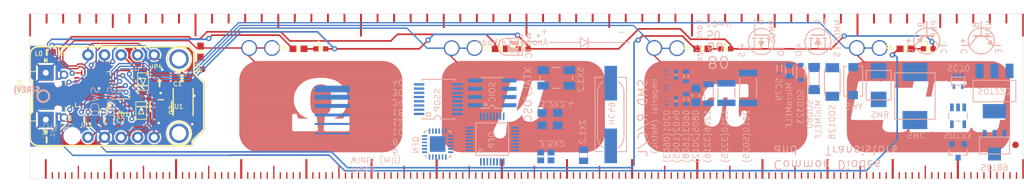
<source format=kicad_pcb>
(kicad_pcb (version 20221018) (generator pcbnew)
  (layers (0 "F.Cu" signal) (1 "In1.Cu" signal) (2 "In2.Cu" signal) (3 "In3.Cu" signal) (4 "In4.Cu" signal) (5 "In5.Cu" signal) (6 "In6.Cu" signal) (7 "In7.Cu" signal) (8 "In8.Cu" signal) (9 "In9.Cu" signal) (10 "In10.Cu" signal) (11 "In11.Cu" signal) (12 "In12.Cu" signal) (13 "In13.Cu" signal) (14 "In14.Cu" signal) (31 "B.Cu" signal) (34 "B.Paste" user) (35 "F.Paste" user) (36 "B.SilkS" user "B.Silkscreen") (37 "F.SilkS" user "F.Silkscreen") (38 "B.Mask" user) (39 "F.Mask" user) (44 "Edge.Cuts" user))
  (net 0 "")
  (net 1 "GND")
  (net 2 "D+")
  (net 3 "D-")
  (net 4 "VBUS")
  (net 5 "N$6")
  (net 6 "VBAT")
  (net 7 "VOUT")
  (net 8 "~{RESET}")
  (net 9 "3.3V")
  (net 10 "N$3")
  (net 11 "N$4")
  (net 12 "D1_A0_PA02")
  (net 13 "N$1")
  (net 14 "VDDCORE")
  (net 15 "DOTSTAR_DATA")
  (net 16 "LED")
  (net 17 "D0_A4_PA08_SDA")
  (net 18 "DOTSTAR_CLOCK")
  (net 19 "D4_A2_PA06_TXD_MOSI")
  (net 20 "D3_A3_PA07_RXD_SCK")
  (net 21 "D2_A1_PA09_SCL_MISO")
  (net 22 "CAP3")
  (net 23 "CAP2")
  (net 24 "CAP1")
  (net 25 "CAP0")
  (net 26 "LED5")
  (net 27 "LED4")
  (net 28 "LED7")
  (net 29 "LED6")
  (net 30 "N$10")
  (net 31 "N$11")
  (net 32 "N$12")
  (net 33 "N$13")
  (footprint "" (layer "F.Cu") (at 78.7781 98.9076)
    (fp_text reference "@HOLE1" hide)
    (fp_text value "")
  )
  (footprint "working:EDGE-INCHES-TENTH" (layer "F.Cu") (at 97.7011 92.3036)
    (fp_text reference "E$18" hide)
    (fp_text value "" hide)
  )
  (footprint "working:1X05_ROUND_70" (layer "F.Cu") (at 86.2711 98.6536 180)
    (fp_text reference "JP4")
    (fp_text value "")
  )
  (footprint "working:EDGE-MILLIMETERS" (layer "F.Cu") (at 144.7141 117.7036)
    (fp_text reference "E$8" hide)
    (fp_text value "" hide)
  )
  (footprint "working:0603-NO" (layer "F.Cu") (at 80.6196 108.5596 180)
    (fp_text reference "C3")
    (fp_text value "1uF")
  )
  (footprint "working:SOT23-5" (layer "F.Cu") (at 92.3671 106.5911)
    (fp_text reference "U1")
    (fp_text value "AP2112K-3.3")
  )
  (footprint "working:EDGE-MILLIMETERS" (layer "F.Cu") (at 174.7141 117.7036)
    (fp_text reference "E$11" hide)
    (fp_text value "" hide)
  )
  (footprint "working:0603-NO" (layer "F.Cu") (at 74.8665 98.2726)
    (fp_text reference "R1")
    (fp_text value "2.2K")
  )
  (footprint "working:MOUNTINGHOLE_2.0_PLATED" (layer "F.Cu") (at 95.1611 110.7186 90)
    (fp_text reference "U$8" hide)
    (fp_text value "MOUNTINGHOLE2.0" hide)
  )
  (footprint "working:0603-NO" (layer "F.Cu") (at 144.5641 97.7138 180)
    (fp_text reference "R2")
    (fp_text value "2.2K")
  )
  (footprint "working:EDGE-MILLIMETERS" (layer "F.Cu") (at 134.7141 117.7036)
    (fp_text reference "E$7" hide)
    (fp_text value "" hide)
  )
  (footprint "working:BTN_KMR2_4.6X2.8" (layer "F.Cu") (at 95.801181 105.8926 90)
    (fp_text reference "Q2")
    (fp_text value "reset")
  )
  (footprint "working:EDGE-MILLIMETERS" (layer "F.Cu") (at 124.7141 117.7036)
    (fp_text reference "E$6" hide)
    (fp_text value "" hide)
  )
  (footprint "working:EDGE-MILLIMETERS" (layer "F.Cu") (at 184.7141 117.7036)
    (fp_text reference "E$12" hide)
    (fp_text value "" hide)
  )
  (footprint "working:APA102_2020" (layer "F.Cu") (at 86.6013 106.507282 180)
    (fp_text reference "LED1")
    (fp_text value "AP102-2020")
  )
  (footprint "working:FIDUCIAL_1MM" (layer "F.Cu") (at 98.7425 100.8507 90)
    (fp_text reference "U$6" hide)
    (fp_text value "FIDUCIAL_1MM" hide)
  )
  (footprint "working:EDGE-MILLIMETERS" (layer "F.Cu") (at 214.7141 117.7036)
    (fp_text reference "E$15" hide)
    (fp_text value "" hide)
  )
  (footprint "working:SOD-123FL" (layer "F.Cu") (at 89.6366 102.7684 90)
    (fp_text reference "D2")
    (fp_text value "SCHOTTKY")
  )
  (footprint "working:EDGE-INCHES-TENTH" (layer "F.Cu") (at 173.9011 92.3036)
    (fp_text reference "E$21" hide)
    (fp_text value "" hide)
  )
  (footprint "working:FIDUCIAL_1MM" (layer "F.Cu") (at 223.5581 112.4966)
    (fp_text reference "U$1" hide)
    (fp_text value "FIDUCIAL_1MM" hide)
  )
  (footprint "working:EDGE-INCHES-TENTH" (layer "F.Cu") (at 72.3011 92.3036)
    (fp_text reference "E$17" hide)
    (fp_text value "" hide)
  )
  (footprint "working:EDGE-INCHES-TENTH" (layer "F.Cu") (at 148.5011 92.3036)
    (fp_text reference "E$20" hide)
    (fp_text value "" hide)
  )
  (footprint "working:EDGE-MILLIMETERS" (layer "F.Cu") (at 154.7141 117.7036)
    (fp_text reference "E$9" hide)
    (fp_text value "" hide)
  )
  (footprint "working:SOD-123FL" (layer "F.Cu") (at 89.3572 107.2134 -90)
    (fp_text reference "D3")
    (fp_text value "SCHOTTKY")
  )
  (footprint "working:TRINKET_M0_TOP" (layer "F.Cu") (at 98.9711 112.6236 90)
    (fp_text reference "U$20" hide)
    (fp_text value "" hide)
  )
  (footprint "working:0805-NO" (layer "F.Cu") (at 92.1766 102.9716)
    (fp_text reference "C1")
    (fp_text value "10uF")
  )
  (footprint "working:4UCONN_20329_NARROW" (layer "F.Cu") (at 76.6191 105.0036 -90)
    (fp_text reference "CN1")
    (fp_text value "4U#20329")
  )
  (footprint "working:0603-NO" (layer "F.Cu") (at 98.4631 98.1456 -90)
    (fp_text reference "R7")
    (fp_text value "2M")
  )
  (footprint "working:EDGE-INCHES-TENTH" (layer "F.Cu") (at 199.3011 92.3036)
    (fp_text reference "E$22" hide)
    (fp_text value "" hide)
  )
  (footprint "working:EDGE-MILLIMETERS" (layer "F.Cu") (at 114.7141 117.7036)
    (fp_text reference "E$5" hide)
    (fp_text value "" hide)
  )
  (footprint "" (layer "F.Cu") (at 78.7781 111.0996)
    (fp_text reference "@HOLE0" hide)
    (fp_text value "")
  )
  (footprint "working:0603-NO" (layer "F.Cu") (at 83.6676 108.6231)
    (fp_text reference "C2")
    (fp_text value "1uF")
  )
  (footprint "working:CHIPLED_0603_NOOUTLINE" (layer "F.Cu") (at 179.0827 97.7138 -90)
    (fp_text reference "L4")
    (fp_text value "green")
  )
  (footprint "working:EDGE-MILLIMETERS" (layer "F.Cu") (at 194.7141 117.7036)
    (fp_text reference "E$13" hide)
    (fp_text value "" hide)
  )
  (footprint "working:1X05_ROUND_70" (layer "F.Cu") (at 86.2711 111.3282)
    (fp_text reference "JP3")
    (fp_text value "")
  )
  (footprint "working:QFN32_5MM" (layer "F.Cu") (at 81.96834 103.931719 180)
    (fp_text reference "IC3")
    (fp_text value "ATSAMD21E")
  )
  (footprint "working:CHIPLED_0603_NOOUTLINE" (layer "F.Cu") (at 74.7141 110.5281 -90)
    (fp_text reference "PWR0")
    (fp_text value "green")
  )
  (footprint "working:EDGE-MILLIMETERS" (layer "F.Cu") (at 74.7141 117.7036)
    (fp_text reference "E$1" hide)
    (fp_text value "" hide)
  )
  (footprint "working:CHIPLED_0603_NOOUTLINE" (layer "F.Cu") (at 116.9289 97.7138 -90)
    (fp_text reference "L2")
    (fp_text value "red")
  )
  (footprint "working:EDGE-INCHES-TENTH" (layer "F.Cu") (at 123.1011 92.3036)
    (fp_text reference "E$19" hide)
    (fp_text value "" hide)
  )
  (footprint "working:0603-NO" (layer "F.Cu") (at 113.4999 97.7138 180)
    (fp_text reference "R3")
    (fp_text value "2.2K")
  )
  (footprint "working:CHIPLED_0603_NOOUTLINE" (layer "F.Cu") (at 147.9931 97.7138 -90)
    (fp_text reference "L1")
    (fp_text value "yellow")
  )
  (footprint "working:EDGE-MILLIMETERS" (layer "F.Cu") (at 94.7141 117.7036)
    (fp_text reference "E$3" hide)
    (fp_text value "" hide)
  )
  (footprint "working:EDGE-MILLIMETERS" (layer "F.Cu") (at 84.7141 117.7036)
    (fp_text reference "E$2" hide)
    (fp_text value "" hide)
  )
  (footprint "working:PYRULER_TOP" (layer "F.Cu") (at 72.3011 117.7036)
    (fp_text reference "U$14" hide)
    (fp_text value "" hide)
  )
  (footprint "working:0805-NO" (layer "F.Cu") (at 95.6056 102.2731)
    (fp_text reference "C8")
    (fp_text value "10uF")
  )
  (footprint "working:EDGE-MILLIMETERS" (layer "F.Cu") (at 204.7141 117.7036)
    (fp_text reference "E$14" hide)
    (fp_text value "" hide)
  )
  (footprint "working:CHIPLED_0603_NOOUTLINE" (layer "F.Cu") (at 210.1723 97.7138 -90)
    (fp_text reference "L3")
    (fp_text value "blue")
  )
  (footprint "working:0603-NO" (layer "F.Cu") (at 206.6925 97.7138 180)
    (fp_text reference "R5")
    (fp_text value "10K")
  )
  (footprint "working:CHIPLED_0603_NOOUTLINE" (layer "F.Cu") (at 74.7141 99.4791 -90)
    (fp_text reference "L0")
    (fp_text value "red")
  )
  (footprint "working:0603-NO" (layer "F.Cu") (at 175.5013 97.7138 180)
    (fp_text reference "R6")
    (fp_text value "10K")
  )
  (footprint "working:MOUNTINGHOLE_2.0_PLATED" (layer "F.Cu") (at 95.1611 99.2886 90)
    (fp_text reference "U$9" hide)
    (fp_text value "MOUNTINGHOLE2.0" hide)
  )
  (footprint "working:EDGE-MILLIMETERS" (layer "F.Cu") (at 164.7141 117.7036)
    (fp_text reference "E$10" hide)
    (fp_text value "" hide)
  )
  (footprint "working:0603-NO" (layer "F.Cu") (at 74.8411 111.7346)
    (fp_text reference "R4")
    (fp_text value "10K")
  )
  (footprint "working:EDGE-MILLIMETERS" (layer "F.Cu") (at 104.7141 117.7036)
    (fp_text reference "E$4" hide)
    (fp_text value "" hide)
  )
  (footprint "working:SO08" (layer "B.Cu") (at 143.2433 104.4956 90)
    (fp_text reference "E$57" hide)
    (fp_text value "" hide)
  )
  (footprint "working:PYRULER_BOTTOM" (layer "B.Cu") (at 72.3011 92.3036)
    (fp_text reference "U$2" hide)
    (fp_text value "" hide)
  )
  (footprint "working:0805" (layer "B.Cu") (at 174.5107 104.8766 -90)
    (fp_text reference "E$25" hide)
    (fp_text value "" hide)
  )
  (footprint "working:CRYSTAL-SMD-2.5X2" (layer "B.Cu") (at 151.4729 114.2746 180)
    (fp_text reference "E$38" hide)
    (fp_text value "" hide)
  )
  (footprint "working:1210" (layer "B.Cu") (at 179.1843 104.521 90)
    (fp_text reference "E$27" hide)
    (fp_text value "" hide)
  )
  (footprint "working:SOT89" (layer "B.Cu") (at 220.3323 112.5982)
    (fp_text reference "E$32" hide)
    (fp_text value "" hide)
  )
  (footprint "working:LED-GUIDE" (layer "B.Cu") (at 147.8407 97.6884 -90)
    (fp_text reference "E$53" hide)
    (fp_text value "" hide)
  )
  (footprint "working:PCBFEAT-REV-040" (layer "B.Cu") (at 74.3331 105.0036)
    (fp_text reference "U$7" hide)
    (fp_text value "" hide)
  )
  (footprint "working:0201" (layer "B.Cu") (at 169.9387 106.0704 -90)
    (fp_text reference "E$16" hide)
    (fp_text value "" hide)
  )
  (footprint "working:SOT223" (layer "B.Cu") (at 220.3323 104.2162)
    (fp_text reference "E$31" hide)
    (fp_text value "" hide)
  )
  (footprint "working:XTAL-2X1.2" (layer "B.Cu") (at 157.2641 114.0968 -90)
    (fp_text reference "E$40" hide)
    (fp_text value "" hide)
  )
  (footprint "working:NMOS-SYMB" (layer "B.Cu") (at 193.2305 96.5962 -90)
    (fp_text reference "E$50" hide)
    (fp_text value "" hide)
  )
  (footprint "working:HC49UP" (layer "B.Cu") (at 161.4297 107.823 -90)
    (fp_text reference "E$39" hide)
    (fp_text value "" hide)
  )
  (footprint "working:SOT23-5" (layer "B.Cu") (at 214.7443 108.0262)
    (fp_text reference "E$33" hide)
    (fp_text value "" hide)
  )
  (footprint "working:CRYSTAL-SMD-5X3.2" (layer "B.Cu") (at 153.0731 102.1842 180)
    (fp_text reference "E$36" hide)
    (fp_text value "" hide)
  )
  (footprint "working:0603" (layer "B.Cu") (at 172.9867 105.4608 -90)
    (fp_text reference "E$24" hide)
    (fp_text value "" hide)
  )
  (footprint "working:B1,27" (layer "B.Cu") (at 85.8266 108.8771 -90)
    (fp_text reference "SWD0")
    (fp_text value "TPB1,27")
  )
  (footprint "working:NPN-SYMB" (layer "B.Cu") (at 218.3003 96.4946 -90)
    (fp_text reference "E$54" hide)
    (fp_text value "" hide)
  )
  (footprint "working:SC70" (layer "B.Cu") (at 214.7443 102.6922)
    (fp_text reference "E$35" hide)
    (fp_text value "" hide)
  )
  (footprint "working:SOD80C" (layer "B.Cu") (at 192.6463 102.2858 -90)
    (fp_text reference "E$49" hide)
    (fp_text value "" hide)
  )
  (footprint "working:QFN-24" (layer "B.Cu") (at 134.8613 112.3696)
    (fp_text reference "E$55" hide)
    (fp_text value "" hide)
  )
  (footprint "working:DIODE-SYMB" (layer "B.Cu") (at 157.3657 97.2312)
    (fp_text reference "E$52" hide)
    (fp_text value "" hide)
  )
  (footprint "working:SOT23-3" (layer "B.Cu") (at 214.7443 113.3602)
    (fp_text reference "E$34" hide)
    (fp_text value "" hide)
  )
  (footprint "working:B1,27" (layer "B.Cu") (at 83.3247 108.8771 -90)
    (fp_text reference "SWC0")
    (fp_text value "TPB1,27")
  )
  (footprint "working:0603" (layer "B.Cu") (at 172.9867 101.981 -90)
    (fp_text reference "E$62" hide)
    (fp_text value "" hide)
  )
  (footprint "working:0201" (layer "B.Cu") (at 169.9387 103.7336 -90)
    (fp_text reference "E$63" hide)
    (fp_text value "" hide)
  )
  (footprint "working:SMA-DIODE" (layer "B.Cu") (at 198.6407 102.6922 90)
    (fp_text reference "E$43" hide)
    (fp_text value "" hide)
  )
  (footprint "working:MICROMELF-R" (layer "B.Cu") (at 188.8363 101.092 -90)
    (fp_text reference "E$41" hide)
    (fp_text value "" hide)
  )
  (footprint "working:CRYSTAL-SMD-3.2X2.5" (layer "B.Cu") (at 152.0825 108.5342 180)
    (fp_text reference "E$37" hide)
    (fp_text value "" hide)
  )
  (footprint "working:2010" (layer "B.Cu") (at 182.5117 103.7336 -90)
    (fp_text reference "E$28" hide)
    (fp_text value "" hide)
  )
  (footprint "working:TQFP32-5MM" (layer "B.Cu") (at 143.2433 111.6076)
    (fp_text reference "E$58" hide)
    (fp_text value "" hide)
  )
  (footprint "working:PMOS-SYMB" (layer "B.Cu") (at 184.5437 96.5962 -90)
    (fp_text reference "E$51" hide)
    (fp_text value "" hide)
  )
  (footprint "working:0402" (layer "B.Cu") (at 171.4627 101.7016 -90)
    (fp_text reference "E$61" hide)
    (fp_text value "" hide)
  )
  (footprint "working:0402" (layer "B.Cu") (at 171.4627 105.7656 -90)
    (fp_text reference "E$23" hide)
    (fp_text value "" hide)
  )
  (footprint "working:SMB-DIODE" (layer "B.Cu") (at 202.5523 103.3018 -90)
    (fp_text reference "E$44" hide)
    (fp_text value "" hide)
  )
  (footprint "working:SMC" (layer "B.Cu") (at 208.1149 104.9782 -90)
    (fp_text reference "E$45" hide)
    (fp_text value "" hide)
  )
  (footprint "working:0201" (layer "B.Cu") (at 169.9387 101.3968 -90)
    (fp_text reference "E$60" hide)
    (fp_text value "" hide)
  )
  (footprint "working:PNP-SYMB" (layer "B.Cu") (at 209.9437 96.4946 -90)
    (fp_text reference "E$59" hide)
    (fp_text value "" hide)
  )
  (footprint "working:1206" (layer "B.Cu") (at 176.4665 104.6226 -90)
    (fp_text reference "E$26" hide)
    (fp_text value "" hide)
  )
  (footprint "working:SOD-128" (layer "B.Cu") (at 195.4403 102.8192 -90)
    (fp_text reference "E$47" hide)
    (fp_text value "" hide)
  )
  (footprint "working:SOD-323" (layer "B.Cu") (at 190.6143 101.346 90)
    (fp_text reference "E$48" hide)
    (fp_text value "" hide)
  )
  (footprint "working:TSSOP16" (layer "B.Cu") (at 134.8613 105.5116 90)
    (fp_text reference "E$56" hide)
    (fp_text value "" hide)
  )
  (footprint "working:SC79_INFINEON" (layer "B.Cu") (at 187.3123 100.7364 -90)
    (fp_text reference "E$42" hide)
    (fp_text value "" hide)
  )
  (gr_line (start 72.6821 102.5906) (end 72.3011 102.2096) (stroke (width 0.254)) (layer "F.SilkS"))
  (gr_line (start 97.4471 98.1456) (end 97.4471 101.4476) (stroke (width 0.254)) (layer "F.SilkS"))
  (gr_line (start 72.3011 107.7976) (end 72.6821 107.4166) (stroke (width 0.254)) (layer "F.SilkS"))
  (gr_line (start 98.9711 110.0836) (end 97.1931 111.8616) (stroke (width 0.254)) (layer "F.SilkS"))
  (gr_line (start 97.1931 112.6236) (end 73.5711 112.6236) (stroke (width 0.254)) (layer "F.SilkS"))
  (gr_line (start 72.3011 102.2096) (end 72.3011 98.6536) (stroke (width 0.254)) (layer "F.SilkS"))
  (gr_line (start 72.6821 107.4166) (end 72.6821 102.5906) (stroke (width 0.254)) (layer "F.SilkS"))
  (gr_arc (start 73.5711 112.6236) (mid 72.673074 112.251626) (end 72.3011 111.3536) (stroke (width 0.254)) (layer "F.SilkS"))
  (gr_arc (start 72.3011 98.6536) (mid 72.673074 97.755574) (end 73.5711 97.3836) (stroke (width 0.254)) (layer "F.SilkS"))
  (gr_line (start 72.3011 111.3536) (end 72.3011 107.7976) (stroke (width 0.254)) (layer "F.SilkS"))
  (gr_line (start 97.1931 111.8616) (end 97.1931 112.6236) (stroke (width 0.254)) (layer "F.SilkS"))
  (gr_line (start 96.6851 97.3836) (end 97.4471 98.1456) (stroke (width 0.254)) (layer "F.SilkS"))
  (gr_line (start 73.5711 97.3836) (end 96.6851 97.3836) (stroke (width 0.254)) (layer "F.SilkS"))
  (gr_line (start 98.9711 102.9716) (end 98.9711 110.0836) (stroke (width 0.254)) (layer "F.SilkS"))
  (gr_line (start 97.4471 101.4476) (end 98.9711 102.9716) (stroke (width 0.254)) (layer "F.SilkS"))
  (gr_line (start 72.6821 107.4166) (end 72.6821 102.5906) (stroke (width 0.05)) (layer "Edge.Cuts"))
  (gr_line (start 72.3011 107.7976) (end 72.6821 107.4166) (stroke (width 0.05)) (layer "Edge.Cuts"))
  (gr_line (start 224.7011 92.3036) (end 224.7011 117.7036) (stroke (width 0.05)) (layer "Edge.Cuts"))
  (gr_line (start 72.3011 102.2096) (end 72.3011 92.3036) (stroke (width 0.05)) (layer "Edge.Cuts"))
  (gr_line (start 72.3011 117.7036) (end 72.3011 107.7976) (stroke (width 0.05)) (layer "Edge.Cuts"))
  (gr_line (start 72.3011 92.3036) (end 224.7011 92.3036) (stroke (width 0.05)) (layer "Edge.Cuts"))
  (gr_line (start 224.7011 117.7036) (end 72.3011 117.7036) (stroke (width 0.05)) (layer "Edge.Cuts"))
  (gr_line (start 72.6821 102.5906) (end 72.3011 102.2096) (stroke (width 0.05)) (layer "Edge.Cuts"))
  (gr_text "80" (at 176.0601 98.6536 -180) (layer "B.SilkS") (effects (font (size 1.8288 1.8288) (thickness 0.2032)) (justify left bottom mirror)))
  (gr_text "3.2X2.4" (at 150.4315 105.6386 -180) (layer "B.SilkS") (effects (font (size 0.9144 0.9144) (thickness 0.1016)) (justify left bottom mirror)))
  (gr_text "18" (at 127.8255 106.934 -180) (layer "B.SilkS") (effects (font (size 0.9144 0.9144) (thickness 0.1016)) (justify left bottom mirror)))
  (gr_text "SMA" (at 197.3453 105.9688 -180) (layer "B.SilkS") (effects (font (size 0.9144 0.9144) (thickness 0.1016)) (justify left bottom mirror)))
  (gr_text "5X3.2" (at 157.3911 100.4062 -270) (layer "B.SilkS") (effects (font (size 0.9144 0.9144) (thickness 0.1016)) (justify left bottom mirror)))
  (gr_text "60" (at 176.0601 96.6216 -180) (layer "B.SilkS") (effects (font (size 1.3716 1.3716) (thickness 0.1524)) (justify left bottom mirror)))
  (gr_text "SOT23" (at 212.4583 110.4138 -180) (layer "B.SilkS") (effects (font (size 0.9144 0.9144) (thickness 0.1016)) (justify left bottom mirror)))
  (gr_text "SOT89" (at 218.1225 115.3922 -180) (layer "B.SilkS") (effects (font (size 0.9144 0.9144) (thickness 0.1016)) (justify left bottom mirror)))
  (gr_text "Common Diodes\nand    Transistors" (at 186.2963 112.522 -180) (layer "B.SilkS") (effects (font (size 1.3716 1.3716) (thickness 0.1524)) (justify left bottom mirror)))
  (gr_text "40" (at 127.8255 102.362 -180) (layer "B.SilkS") (effects (font (size 0.9144 0.9144) (thickness 0.1016)) (justify left bottom mirror)))
  (gr_text "QFP" (at 143.7513 110.3376 -270) (layer "B.SilkS") (effects (font (size 0.9144 0.9144) (thickness 0.1016)) (justify left bottom mirror)))
  (gr_text "2010(5025)" (at 182.7911 107.0356 -270) (layer "B.SilkS") (effects (font (size 0.9144 0.9144) (thickness 0.1016)) (justify left bottom mirror)))
  (gr_text "SC79" (at 187.8203 102.108 -270) (layer "B.SilkS") (effects (font (size 0.9144 0.9144) (thickness 0.1016)) (justify left bottom mirror)))
  (gr_text "10" (at 127.8255 109.982 -180) (layer "B.SilkS") (effects (font (size 0.9144 0.9144) (thickness 0.1016)) (justify left bottom mirror)))
  (gr_text "8" (at 127.8255 111.506 -180) (layer "B.SilkS") (effects (font (size 0.9144 0.9144) (thickness 0.1016)) (justify left bottom mirror)))
  (gr_text "1206(3216)" (at 176.7967 107.0356 -270) (layer "B.SilkS") (effects (font (size 0.9144 0.9144) (thickness 0.1016)) (justify left bottom mirror)))
  (gr_text "Imperial (Metric)" (at 168.6687 102.2096 -270) (layer "B.SilkS") (effects (font (size 0.9144 0.9144) (thickness 0.1016)) (justify left bottom mirror)))
  (gr_text "6" (at 127.8255 113.03 -180) (layer "B.SilkS") (effects (font (size 0.9144 0.9144) (thickness 0.1016)) (justify left bottom mirror)))
  (gr_text "40mil" (at 176.0601 93.2942 -180) (layer "B.SilkS") (effects (font (size 0.9144 0.9144) (thickness 0.1016)) (justify left bottom mirror)))
  (gr_text "SOD128" (at 195.9483 106.2228 -270) (layer "B.SilkS") (effects (font (size 0.9144 0.9144) (thickness 0.1016)) (justify left bottom mirror)))
  (gr_text "2.5X2" (at 150.3807 111.7346 -180) (layer "B.SilkS") (effects (font (size 0.9144 0.9144) (thickness 0.1016)) (justify left bottom mirror)))
  (gr_text "QFN" (at 132.0673 111.0996 -270) (layer "B.SilkS") (effects (font (size 0.9144 0.9144) (thickness 0.1016)) (justify left bottom mirror)))
  (gr_text "HC49" (at 160.9725 109.5502 -90) (layer "B.SilkS") (effects (font (size 0.9144 0.9144) (thickness 0.1016)) (justify left bottom mirror)))
  (gr_text "SOD323" (at 191.1223 103.8352 -270) (layer "B.SilkS") (effects (font (size 0.9144 0.9144) (thickness 0.1016)) (justify left bottom mirror)))
  (gr_text "30" (at 127.8255 103.886 -180) (layer "B.SilkS") (effects (font (size 0.9144 0.9144) (thickness 0.1016)) (justify left bottom mirror)))
  (gr_text "Font Size" (at 175.5521 93.1672 -270) (layer "B.SilkS") (effects (font (size 0.9144 0.9144) (thickness 0.1016)) (justify left bottom mirror)))
  (gr_text "MiniMELF" (at 193.8401 105.4608 -270) (layer "B.SilkS") (effects (font (size 0.9144 0.9144) (thickness 0.1016)) (justify left bottom mirror)))
  (gr_text "SSOP" (at 135.3693 103.7336 -270) (layer "B.SilkS") (effects (font (size 0.9144 0.9144) (thickness 0.1016)) (justify left bottom mirror)))
  (gr_text "SMC" (at 206.8449 110.4138 -180) (layer "B.SilkS") (effects (font (size 0.9144 0.9144) (thickness 0.1016)) (justify left bottom mirror)))
  (gr_text "0201(0603)\n0402(1005)\n0603(1608)\n0805(2012)" (at 175.0187 107.0356 -270) (layer "B.SilkS") (effects (font (size 0.9144 0.9144) (thickness 0.1016)) (justify left bottom mirror)))
  (gr_text "SOT223" (at 217.6653 103.7082 -180) (layer "B.SilkS") (effects (font (size 0.9144 0.9144) (thickness 0.1016)) (justify left bottom mirror)))
  (gr_text "MicroMELF" (at 189.3443 102.8192 -270) (layer "B.SilkS") (effects (font (size 0.9144 0.9144) (thickness 0.1016)) (justify left bottom mirror)))
  (gr_text "24" (at 127.8255 105.41 -180) (layer "B.SilkS") (effects (font (size 0.9144 0.9144) (thickness 0.1016)) (justify left bottom mirror)))
  (gr_text "SC70" (at 212.9917 100.1014 -180) (layer "B.SilkS") (effects (font (size 0.9144 0.9144) (thickness 0.1016)) (justify left bottom mirror)))
  (gr_text "SMD R/C/L" (at 167.1447 102.2096 -270) (layer "B.SilkS") (effects (font (size 1.3716 1.3716) (thickness 0.1524)) (justify left bottom mirror)))
  (gr_text "Trace\nWidth (mil)" (at 121.4501 114.3 -180) (layer "B.SilkS") (effects (font (size 0.9144 0.9144) (thickness 0.1016)) (justify left bottom mirror)))
  (gr_text "12" (at 127.8255 108.458 -180) (layer "B.SilkS") (effects (font (size 0.9144 0.9144) (thickness 0.1016)) (justify left bottom mirror)))
  (gr_text "SMB" (at 201.2569 107.2388 -180) (layer "B.SilkS") (effects (font (size 0.9144 0.9144) (thickness 0.1016)) (justify left bottom mirror)))
  (gr_text "1210(3225)" (at 179.4891 107.0356 -270) (layer "B.SilkS") (effects (font (size 0.9144 0.9144) (thickness 0.1016)) (justify left bottom mirror)))
  (gr_text "2X1.2" (at 157.6705 108.458 -270) (layer "B.SilkS") (effects (font (size 0.9144 0.9144) (thickness 0.1016)) (justify left bottom mirror)))
  (gr_text "SOD80" (at 192.5193 105.4608 -270) (layer "B.SilkS") (effects (font (size 0.9144 0.9144) (thickness 0.1016)) (justify left bottom mirror)))
  (gr_text "XTAL/OSC" (at 149.3901 100.3808 -270) (layer "B.SilkS") (effects (font (size 1.143 1.143) (thickness 0.127)) (justify left bottom mirror)))
  (gr_text "SOIC" (at 143.7513 102.7176 -270) (layer "B.SilkS") (effects (font (size 0.9144 0.9144) (thickness 0.1016)) (justify left bottom mirror)))
  (gr_text "50" (at 176.0601 94.8436 -180) (layer "B.SilkS") (effects (font (size 1.143 1.143) (thickness 0.127)) (justify left bottom mirror)))
  (segment (start 83.21834 101.431719) (end 83.21834 103.48436) (width 0.254) (layer "F.Cu") (net 1))
  (segment (start 132.0419 97.7138) (end 133.3881 96.3676) (width 0.254) (layer "F.Cu") (net 1))
  (segment (start 82.770981 103.931719) (end 82.9056 103.7971) (width 0.254) (layer "F.Cu") (net 1))
  (segment (start 119.0371 97.7138) (end 132.0419 97.7138) (width 0.254) (layer "F.Cu") (net 1))
  (segment (start 165.7223 94.6404) (end 172.097481 94.6404) (width 0.254) (layer "F.Cu") (net 1))
  (segment (start 77.3941 106.3036) (end 76.3951 106.3036) (width 0.254) (layer "F.Cu") (net 1))
  (segment (start 98.4631 99.1616) (end 97.0661 100.5586) (width 0.2032) (layer "F.Cu") (net 1))
  (segment (start 148.7431 97.7138) (end 148.8821 97.7138) (width 0.254) (layer "F.Cu") (net 1))
  (segment (start 83.21834 103.48436) (end 82.9056 103.7971) (width 0.254) (layer "F.Cu") (net 1))
  (segment (start 162.6489 97.7138) (end 165.7223 94.6404) (width 0.254) (layer "F.Cu") (net 1))
  (segment (start 81.96834 103.931719) (end 82.770981 103.931719) (width 0.254) (layer "F.Cu") (net 1))
  (segment (start 179.8327 97.0922) (end 179.8327 97.7138) (width 0.254) (layer "F.Cu") (net 1))
  (segment (start 147.1041 95.6056) (end 148.8821 97.3836) (width 0.254) (layer "F.Cu") (net 1))
  (segment (start 98.4631 98.9956) (end 98.4631 99.1616) (width 0.2032) (layer "F.Cu") (net 1))
  (segment (start 81.71834 106.431719) (end 81.71834 104.181719) (width 0.254) (layer "F.Cu") (net 1))
  (segment (start 173.697681 96.2406) (end 178.9811 96.2406) (width 0.254) (layer "F.Cu") (net 1))
  (segment (start 172.097481 94.6404) (end 173.697681 96.2406) (width 0.254) (layer "F.Cu") (net 1))
  (segment (start 117.6789 97.7138) (end 119.0371 97.7138) (width 0.254) (layer "F.Cu") (net 1))
  (segment (start 81.71834 104.181719) (end 81.73737 104.086048) (width 0.254) (layer "F.Cu") (net 1))
  (segment (start 148.8821 97.3836) (end 148.8821 97.7138) (width 0.254) (layer "F.Cu") (net 1))
  (segment (start 195.2879 97.7138) (end 197.2691 95.7326) (width 0.254) (layer "F.Cu") (net 1))
  (segment (start 210.7311 96.6216) (end 210.9223 96.8128) (width 0.254) (layer "F.Cu") (net 1))
  (segment (start 76.3951 106.3036) (end 75.8451 105.7536) (width 0.254) (layer "F.Cu") (net 1))
  (segment (start 148.8821 97.7138) (end 162.6489 97.7138) (width 0.254) (layer "F.Cu") (net 1))
  (segment (start 75.8451 105.7536) (end 74.6191 105.7536) (width 0.254) (layer "F.Cu") (net 1))
  (segment (start 178.9811 96.2406) (end 179.8327 97.0922) (width 0.254) (layer "F.Cu") (net 1))
  (segment (start 81.73737 104.086048) (end 81.791563 104.004942) (width 0.254) (layer "F.Cu") (net 1))
  (segment (start 81.71834 104.181719) (end 81.71834 104.181719) (width 0.254) (layer "F.Cu") (net 1))
  (segment (start 179.8327 97.7138) (end 195.2879 97.7138) (width 0.254) (layer "F.Cu") (net 1))
  (segment (start 210.9223 96.8128) (end 210.9223 97.7138) (width 0.254) (layer "F.Cu") (net 1))
  (segment (start 81.791563 104.004942) (end 81.96834 103.931719) (width 0.254) (layer "F.Cu") (net 1))
  (via (at 84.6201 107.4801) (size 0.8001) (drill 0.3937) (layers "F.Cu" "B.Cu") (net 1))
  (via (at 97.1931 109.3216) (size 0.8001) (drill 0.3937) (layers "F.Cu" "B.Cu") (net 1))
  (via (at 210.7311 96.6216) (size 0.8064) (drill 0.4) (layers "F.Cu" "B.Cu") (net 1))
  (via (at 92.0496 109.1311) (size 0.8001) (drill 0.3937) (layers "F.Cu" "B.Cu") (net 1))
  (via (at 82.9056 103.7971) (size 0.8001) (drill 0.3937) (layers "F.Cu" "B.Cu") (net 1))
  (via (at 92.3417 104.5337) (size 0.8001) (drill 0.3937) (layers "F.Cu" "B.Cu") (net 1))
  (via (at 89.1286 102.2731) (size 0.8001) (drill 0.3937) (layers "F.Cu" "B.Cu") (net 1))
  (via (at 97.5106 104.9401) (size 0.8001) (drill 0.3937) (layers "F.Cu" "B.Cu") (net 1))
  (via (at 147.1041 95.6056) (size 0.8064) (drill 0.4) (layers "F.Cu" "B.Cu") (net 1))
  (via (at 197.2691 95.7326) (size 0.8064) (drill 0.4) (layers "F.Cu" "B.Cu") (net 1))
  (via (at 92.5957 100.9269) (size 0.8001) (drill 0.3937) (layers "F.Cu" "B.Cu") (net 1))
  (via (at 133.3881 96.3676) (size 0.8064) (drill 0.4) (layers "F.Cu" "B.Cu") (net 1))
  (via (at 119.0371 97.7138) (size 0.8064) (drill 0.4) (layers "F.Cu" "B.Cu") (net 1))
  (via (at 89.4461 107.0483) (size 0.8001) (drill 0.3937) (layers "F.Cu" "B.Cu") (net 1))
  (segment (start 209.8421 95.7326) (end 210.7311 96.6216) (width 0.254) (layer "B.Cu") (net 1))
  (segment (start 134.2771 95.4786) (end 146.9771 95.4786) (width 0.254) (layer "B.Cu") (net 1))
  (segment (start 97.5106 104.9401) (end 97.5106 102.2731) (width 0.254) (layer "B.Cu") (net 1))
  (segment (start 116.4209 95.0976) (end 119.0371 97.7138) (width 0.254) (layer "B.Cu") (net 1))
  (segment (start 146.9771 95.4786) (end 147.1041 95.6056) (width 0.254) (layer "B.Cu") (net 1))
  (segment (start 197.2691 95.7326) (end 209.8421 95.7326) (width 0.254) (layer "B.Cu") (net 1))
  (segment (start 97.5106 102.2731) (end 104.6861 95.0976) (width 0.254) (layer "B.Cu") (net 1))
  (segment (start 133.3881 96.3676) (end 134.2771 95.4786) (width 0.254) (layer "B.Cu") (net 1))
  (segment (start 104.6861 95.0976) (end 116.4209 95.0976) (width 0.254) (layer "B.Cu") (net 1))
  (segment (start 77.4576 105.0671) (end 77.3941 105.0036) (width 0.254) (layer "F.Cu") (net 2))
  (segment (start 78.1431 105.0671) (end 77.4576 105.0671) (width 0.2032) (layer "F.Cu") (net 2))
  (segment (start 79.46834 105.681719) (end 78.757718 105.681719) (width 0.2032) (layer "F.Cu") (net 2))
  (segment (start 78.757718 105.681719) (end 78.1431 105.0671) (width 0.2032) (layer "F.Cu") (net 2))
  (segment (start 77.3941 104.3536) (end 78.0646 104.3536) (width 0.2032) (layer "F.Cu") (net 3))
  (segment (start 79.46834 105.181719) (end 78.892718 105.181719) (width 0.2032) (layer "F.Cu") (net 3))
  (segment (start 78.0646 104.3536) (end 78.892718 105.181719) (width 0.2032) (layer "F.Cu") (net 3))
  (segment (start 89.6366 99.624157) (end 89.6366 101.1309) (width 0.2032) (layer "F.Cu") (net 4))
  (segment (start 81.8261 96.8756) (end 88.9381 96.8756) (width 0.2032) (layer "F.Cu") (net 4))
  (segment (start 90.0811 99.179657) (end 89.6366 99.624157) (width 0.2032) (layer "F.Cu") (net 4))
  (segment (start 90.0811 98.0186) (end 90.0811 99.179657) (width 0.2032) (layer "F.Cu") (net 4))
  (segment (start 77.3941 103.7036) (end 78.2531 102.8446) (width 0.2032) (layer "F.Cu") (net 4))
  (segment (start 81.1911 97.5106) (end 81.8261 96.8756) (width 0.2032) (layer "F.Cu") (net 4))
  (segment (start 78.2531 102.8446) (end 78.2701 102.8446) (width 0.2032) (layer "F.Cu") (net 4))
  (segment (start 81.1911 98.6536) (end 81.1911 97.5106) (width 0.2032) (layer "F.Cu") (net 4))
  (segment (start 88.9381 96.8756) (end 90.0811 98.0186) (width 0.2032) (layer "F.Cu") (net 4))
  (via (at 78.2701 102.8446) (size 0.8064) (drill 0.4) (layers "F.Cu" "B.Cu") (net 4))
  (segment (start 80.74025 100.076138) (end 81.1911 99.625288) (width 0.2032) (layer "B.Cu") (net 4))
  (segment (start 80.74025 101.64445) (end 79.5401 102.8446) (width 0.2032) (layer "B.Cu") (net 4))
  (segment (start 80.74025 101.64445) (end 80.74025 100.076138) (width 0.2032) (layer "B.Cu") (net 4))
  (segment (start 78.2701 102.8446) (end 79.5401 102.8446) (width 0.2032) (layer "B.Cu") (net 4))
  (segment (start 81.1911 99.625288) (end 81.1911 98.6536) (width 0.2032) (layer "B.Cu") (net 4))
  (segment (start 73.9911 110.5281) (end 73.9641 110.5281) (width 0.254) (layer "F.Cu") (net 5))
  (segment (start 73.9911 111.7346) (end 73.9911 110.5281) (width 0.254) (layer "F.Cu") (net 5))
  (segment (start 87.3879 110.0836) (end 82.9056 110.0836) (width 0.254) (layer "F.Cu") (net 6))
  (segment (start 82.9056 110.0836) (end 81.661 111.3282) (width 0.254) (layer "F.Cu") (net 6))
  (segment (start 88.6206 108.8509) (end 89.3572 108.8509) (width 0.254) (layer "F.Cu") (net 6))
  (segment (start 81.661 111.3282) (end 81.1911 111.3282) (width 0.254) (layer "F.Cu") (net 6))
  (segment (start 88.6206 108.8509) (end 87.3879 110.0836) (width 0.254) (layer "F.Cu") (net 6))
  (segment (start 91.4146 106.9213) (end 91.4146 107.8887) (width 0.254) (layer "F.Cu") (net 7))
  (segment (start 89.3572 104.6853) (end 89.6366 104.4059) (width 0.254) (layer "F.Cu") (net 7))
  (segment (start 89.3572 105.3592) (end 91.4171 107.4191) (width 0.254) (layer "F.Cu") (net 7))
  (segment (start 91.4146 107.8887) (end 91.4171 107.8912) (width 0.254) (layer "F.Cu") (net 7))
  (segment (start 93.3171 106.9213) (end 91.4146 106.9213) (width 0.254) (layer "F.Cu") (net 7))
  (segment (start 93.3171 107.8912) (end 93.3171 106.9213) (width 0.254) (layer "F.Cu") (net 7))
  (segment (start 91.4171 107.4191) (end 91.4171 107.8912) (width 0.254) (layer "F.Cu") (net 7))
  (segment (start 89.3572 104.6853) (end 89.3572 105.5759) (width 0.254) (layer "F.Cu") (net 7))
  (segment (start 91.2266 102.9716) (end 89.7923 104.4059) (width 0.254) (layer "F.Cu") (net 7))
  (segment (start 89.7923 104.4059) (end 89.6366 104.4059) (width 0.254) (layer "F.Cu") (net 7))
  (segment (start 89.3572 105.5759) (end 89.3572 105.3592) (width 0.254) (layer "F.Cu") (net 7))
  (segment (start 95.001181 103.8426) (end 95.001181 107.9426) (width 0.254) (layer "F.Cu") (net 8))
  (segment (start 87.9221 108.2421) (end 87.9221 108.4961) (width 0.254) (layer "F.Cu") (net 8))
  (segment (start 90.3478 109.3343) (end 91.2876 110.2741) (width 0.254) (layer "F.Cu") (net 8))
  (segment (start 80.1751 107.2261) (end 80.1751 107.4547) (width 0.2032) (layer "F.Cu") (net 8))
  (segment (start 91.2876 110.2741) (end 91.2876 111.2647) (width 0.254) (layer "F.Cu") (net 8))
  (segment (start 88.2396 107.9246) (end 90.0049 107.9246) (width 0.254) (layer "F.Cu") (net 8))
  (segment (start 91.2876 111.2647) (end 91.3511 111.3282) (width 0.254) (layer "F.Cu") (net 8))
  (segment (start 80.71834 106.431719) (end 80.71834 106.93686) (width 0.2032) (layer "F.Cu") (net 8))
  (segment (start 90.3478 108.2675) (end 90.3478 109.3343) (width 0.254) (layer "F.Cu") (net 8))
  (segment (start 80.71834 106.93686) (end 80.4291 107.2261) (width 0.2032) (layer "F.Cu") (net 8))
  (segment (start 94.7367 107.9426) (end 95.001181 107.9426) (width 0.254) (layer "F.Cu") (net 8))
  (segment (start 88.2396 107.9246) (end 87.9221 108.2421) (width 0.254) (layer "F.Cu") (net 8))
  (segment (start 80.4291 107.2261) (end 80.1751 107.2261) (width 0.2032) (layer "F.Cu") (net 8))
  (segment (start 90.0049 107.9246) (end 90.3478 108.2675) (width 0.254) (layer "F.Cu") (net 8))
  (segment (start 91.3511 111.3282) (end 94.7367 107.9426) (width 0.254) (layer "F.Cu") (net 8))
  (via (at 80.1751 107.4547) (size 0.8001) (drill 0.3937) (layers "F.Cu" "B.Cu") (net 8))
  (via (at 87.9221 108.4961) (size 0.8001) (drill 0.3937) (layers "F.Cu" "B.Cu") (net 8))
  (segment (start 80.1751 106.5276) (end 80.1751 107.4547) (width 0.254) (layer "B.Cu") (net 8))
  (segment (start 87.9221 108.4961) (end 87.9221 107.2896) (width 0.254) (layer "B.Cu") (net 8))
  (segment (start 87.9221 107.2896) (end 85.6361 105.0036) (width 0.254) (layer "B.Cu") (net 8))
  (segment (start 81.6991 105.0036) (end 80.1751 106.5276) (width 0.254) (layer "B.Cu") (net 8))
  (segment (start 85.6361 105.0036) (end 81.6991 105.0036) (width 0.254) (layer "B.Cu") (net 8))
  (segment (start 82.8176 108.9796) (end 83.01355 109.17555) (width 0.254) (layer "F.Cu") (net 9))
  (segment (start 94.2213 104.429694) (end 94.220981 104.429375) (width 0.254) (layer "F.Cu") (net 9))
  (segment (start 91.9353 106.299) (end 94.0181 106.299) (width 0.254) (layer "F.Cu") (net 9))
  (segment (start 82.8176 108.9651) (end 82.8176 108.6231) (width 0.254) (layer "F.Cu") (net 9))
  (segment (start 82.7151 108.7256) (end 82.8176 108.6231) (width 0.254) (layer "F.Cu") (net 9))
  (segment (start 83.71834 101.431719) (end 83.71834 100.82536) (width 0.254) (layer "F.Cu") (net 9))
  (segment (start 83.01355 109.17555) (end 83.01355 108.755554) (width 0.254) (layer "F.Cu") (net 9))
  (segment (start 88.017918 107.257282) (end 87.5513 107.257282) (width 0.254) (layer "F.Cu") (net 9))
  (segment (start 94.2213 106.0958) (end 94.2213 104.429694) (width 0.254) (layer "F.Cu") (net 9))
  (segment (start 77.9136 109.5121) (end 82.2706 109.5121) (width 0.254) (layer "F.Cu") (net 9))
  (segment (start 86.4616 109.5756) (end 87.0331 109.0041) (width 0.254) (layer "F.Cu") (net 9))
  (segment (start 82.6008 109.1819) (end 82.8176 108.9651) (width 0.254) (layer "F.Cu") (net 9))
  (segment (start 83.01355 108.755554) (end 82.71834 108.460344) (width 0.254) (layer "F.Cu") (net 9))
  (segment (start 87.0331 109.0041) (end 87.0331 107.4801) (width 0.254) (layer "F.Cu") (net 9))
  (segment (start 94.220981 102.641719) (end 94.5896 102.2731) (width 0.254) (layer "F.Cu") (net 9))
  (segment (start 83.01355 109.17555) (end 83.4136 109.5756) (width 0.254) (layer "F.Cu") (net 9))
  (segment (start 87.255918 107.257282) (end 87.5513 107.257282) (width 0.254) (layer "F.Cu") (net 9))
  (segment (start 94.220981 104.429375) (end 94.220981 102.641719) (width 0.254) (layer "F.Cu") (net 9))
  (segment (start 91.4171 105.7808) (end 91.9353 106.299) (width 0.254) (layer "F.Cu") (net 9))
  (segment (start 94.6556 101.8946) (end 91.4146 98.6536) (width 0.254) (layer "F.Cu") (net 9))
  (segment (start 88.2777 104.156732) (end 89.9541 102.480332) (width 0.254) (layer "F.Cu") (net 9))
  (segment (start 94.6556 101.8946) (end 94.6556 102.2731) (width 0.254) (layer "F.Cu") (net 9))
  (segment (start 91.4146 98.6536) (end 91.3511 98.6536) (width 0.254) (layer "F.Cu") (net 9))
  (segment (start 91.4171 105.291) (end 91.4171 105.7808) (width 0.254) (layer "F.Cu") (net 9))
  (segment (start 82.7151 109.067597) (end 82.7151 108.7256) (width 0.254) (layer "F.Cu") (net 9))
  (segment (start 83.4136 109.5756) (end 86.4616 109.5756) (width 0.254) (layer "F.Cu") (net 9))
  (segment (start 88.2777 106.9975) (end 88.2777 104.156732) (width 0.254) (layer "F.Cu") (net 9))
  (segment (start 82.2706 109.5121) (end 82.7151 109.067597) (width 0.254) (layer "F.Cu") (net 9))
  (segment (start 94.5896 102.2731) (end 94.6556 102.2731) (width 0.254) (layer "F.Cu") (net 9))
  (segment (start 90.5891 101.710375) (end 90.5891 101.7016) (width 0.254) (layer "F.Cu") (net 9))
  (segment (start 82.71834 108.460344) (end 82.71834 106.431719) (width 0.254) (layer "F.Cu") (net 9))
  (segment (start 84.8741 99.6696) (end 85.0011 99.6696) (width 0.254) (layer "F.Cu") (net 9))
  (segment (start 87.0331 107.4801) (end 87.255918 107.257282) (width 0.254) (layer "F.Cu") (net 9))
  (segment (start 75.6911 111.7346) (end 77.9136 109.5121) (width 0.254) (layer "F.Cu") (net 9))
  (segment (start 84.8741 99.6696) (end 83.71834 100.82536) (width 0.254) (layer "F.Cu") (net 9))
  (segment (start 89.9541 102.345375) (end 90.5891 101.710375) (width 0.254) (layer "F.Cu") (net 9))
  (segment (start 88.017918 107.257282) (end 88.2777 106.9975) (width 0.254) (layer "F.Cu") (net 9))
  (segment (start 90.5891 101.7016) (end 90.5891 99.4156) (width 0.2032) (layer "F.Cu") (net 9))
  (segment (start 89.9541 102.480332) (end 89.9541 102.345375) (width 0.254) (layer "F.Cu") (net 9))
  (segment (start 90.5891 99.4156) (end 91.3511 98.6536) (width 0.2032) (layer "F.Cu") (net 9))
  (segment (start 82.8176 108.6231) (end 82.8176 108.9796) (width 0.254) (layer "F.Cu") (net 9))
  (segment (start 94.0181 106.299) (end 94.2213 106.0958) (width 0.254) (layer "F.Cu") (net 9))
  (via (at 85.0011 99.6696) (size 0.8001) (drill 0.3937) (layers "F.Cu" "B.Cu") (net 9))
  (segment (start 85.7631 97.2566) (end 85.0011 98.0186) (width 0.254) (layer "B.Cu") (net 9))
  (segment (start 91.3511 98.6536) (end 89.9541 97.2566) (width 0.254) (layer "B.Cu") (net 9))
  (segment (start 89.9541 97.2566) (end 85.7631 97.2566) (width 0.254) (layer "B.Cu") (net 9))
  (segment (start 85.0011 98.0186) (end 85.0011 99.6696) (width 0.254) (layer "B.Cu") (net 9))
  (segment (start 83.21834 107.094341) (end 83.6041 107.4801) (width 0.254) (layer "F.Cu") (net 10))
  (segment (start 83.21834 106.431719) (end 83.21834 107.094341) (width 0.254) (layer "F.Cu") (net 10))
  (via (at 83.6041 107.4801) (size 0.8001) (drill 0.3937) (layers "F.Cu" "B.Cu") (net 10))
  (segment (start 83.4771 107.4801) (end 83.3247 107.6325) (width 0.254) (layer "B.Cu") (net 10))
  (segment (start 83.3247 107.6325) (end 83.3247 108.8771) (width 0.254) (layer "B.Cu") (net 10))
  (segment (start 83.6041 107.4801) (end 83.4771 107.4801) (width 0.254) (layer "B.Cu") (net 10))
  (segment (start 84.587718 106.431719) (end 84.6201 106.4641) (width 0.254) (layer "F.Cu") (net 11))
  (segment (start 83.71834 106.431719) (end 84.587718 106.431719) (width 0.254) (layer "F.Cu") (net 11))
  (via (at 84.6201 106.4641) (size 0.8001) (drill 0.3937) (layers "F.Cu" "B.Cu") (net 11))
  (segment (start 85.8266 107.3531) (end 84.9376 106.4641) (width 0.254) (layer "B.Cu") (net 11))
  (segment (start 84.6201 106.4641) (end 84.9376 106.4641) (width 0.254) (layer "B.Cu") (net 11))
  (segment (start 85.8266 108.8771) (end 85.8266 107.3531) (width 0.254) (layer "B.Cu") (net 11))
  (segment (start 87.7951 104.8766) (end 87.7951 103.6066) (width 0.2032) (layer "F.Cu") (net 12))
  (segment (start 86.398087 98.6536) (end 86.2711 98.6536) (width 0.254) (layer "F.Cu") (net 12))
  (segment (start 88.3031 103.0986) (end 88.3031 100.558613) (width 0.254) (layer "F.Cu") (net 12))
  (segment (start 86.330218 104.681719) (end 86.9061 105.2576) (width 0.2032) (layer "F.Cu") (net 12))
  (segment (start 86.9061 105.2576) (end 87.4141 105.2576) (width 0.2032) (layer "F.Cu") (net 12))
  (segment (start 84.46834 104.681719) (end 86.330218 104.681719) (width 0.2032) (layer "F.Cu") (net 12))
  (segment (start 87.4141 105.2576) (end 87.7951 104.8766) (width 0.2032) (layer "F.Cu") (net 12))
  (segment (start 87.7951 103.6066) (end 88.3031 103.0986) (width 0.254) (layer "F.Cu") (net 12))
  (segment (start 88.3031 100.558613) (end 86.398087 98.6536) (width 0.254) (layer "F.Cu") (net 12))
  (segment (start 73.9641 99.4791) (end 74.0165 99.4267) (width 0.254) (layer "F.Cu") (net 13))
  (segment (start 74.0165 99.4267) (end 74.0165 98.2726) (width 0.254) (layer "F.Cu") (net 13))
  (segment (start 81.4696 108.2811) (end 81.4696 108.5596) (width 0.254) (layer "F.Cu") (net 14))
  (segment (start 82.21834 106.431719) (end 82.21834 107.53236) (width 0.254) (layer "F.Cu") (net 14))
  (segment (start 82.21834 107.53236) (end 81.4696 108.2811) (width 0.254) (layer "F.Cu") (net 14))
  (segment (start 85.432903 105.757282) (end 85.6513 105.757282) (width 0.254) (layer "F.Cu") (net 15))
  (segment (start 85.432903 105.757282) (end 85.35734 105.681719) (width 0.254) (layer "F.Cu") (net 15))
  (segment (start 84.46834 105.681719) (end 85.35734 105.681719) (width 0.254) (layer "F.Cu") (net 15))
  (segment (start 81.6991 100.812604) (end 81.6991 100.2411) (width 0.254) (layer "F.Cu") (net 16))
  (segment (start 81.71834 101.431719) (end 81.6991 101.412479) (width 0.2032) (layer "F.Cu") (net 16))
  (segment (start 75.7165 98.2726) (end 75.7165 97.1922) (width 0.254) (layer "F.Cu") (net 16))
  (segment (start 81.6991 101.412479) (end 81.6991 100.812604) (width 0.2032) (layer "F.Cu") (net 16))
  (segment (start 75.7165 97.1922) (end 75.692 97.1677) (width 0.254) (layer "F.Cu") (net 16))
  (via (at 75.692 97.1677) (size 0.8001) (drill 0.3937) (layers "F.Cu" "B.Cu") (net 16))
  (via (at 81.6991 100.2411) (size 0.8001) (drill 0.3937) (layers "F.Cu" "B.Cu") (net 16))
  (segment (start 82.4611 97.6376) (end 82.4611 99.4791) (width 0.2032) (layer "B.Cu") (net 16))
  (segment (start 75.8571 97.0026) (end 81.8261 97.0026) (width 0.2032) (layer "B.Cu") (net 16))
  (segment (start 82.4611 99.4791) (end 81.6991 100.2411) (width 0.2032) (layer "B.Cu") (net 16))
  (segment (start 81.8261 97.0026) (end 82.4611 97.6376) (width 0.2032) (layer "B.Cu") (net 16))
  (segment (start 75.692 97.1677) (end 75.8571 97.0026) (width 0.2032) (layer "B.Cu") (net 16))
  (segment (start 82.71834 100.93636) (end 83.7311 99.9236) (width 0.254) (layer "F.Cu") (net 17))
  (segment (start 83.7311 99.9236) (end 83.7311 98.6536) (width 0.254) (layer "F.Cu") (net 17))
  (segment (start 82.71834 101.431719) (end 82.71834 100.93636) (width 0.254) (layer "F.Cu") (net 17))
  (segment (start 86.195218 105.181719) (end 86.3981 105.3846) (width 0.254) (layer "F.Cu") (net 18))
  (segment (start 86.164418 106.507282) (end 86.3981 106.2736) (width 0.254) (layer "F.Cu") (net 18))
  (segment (start 84.46834 105.181719) (end 86.195218 105.181719) (width 0.254) (layer "F.Cu") (net 18))
  (segment (start 86.3981 105.3846) (end 86.3981 106.2736) (width 0.254) (layer "F.Cu") (net 18))
  (segment (start 85.6513 106.507282) (end 86.164418 106.507282) (width 0.254) (layer "F.Cu") (net 18))
  (segment (start 86.5251 101.8286) (end 85.8901 101.8286) (width 0.254) (layer "F.Cu") (net 19))
  (segment (start 85.8901 101.8286) (end 85.036981 102.681719) (width 0.254) (layer "F.Cu") (net 19))
  (segment (start 85.036981 102.681719) (end 84.46834 102.681719) (width 0.254) (layer "F.Cu") (net 19))
  (via (at 86.5251 101.8286) (size 0.8001) (drill 0.3937) (layers "F.Cu" "B.Cu") (net 19))
  (segment (start 90.5256 105.8291) (end 90.5256 108.967094) (width 0.254) (layer "B.Cu") (net 19))
  (segment (start 89.485293 110.0074) (end 88.2269 110.0074) (width 0.254) (layer "B.Cu") (net 19))
  (segment (start 86.9061 111.3282) (end 86.2711 111.3282) (width 0.254) (layer "B.Cu") (net 19))
  (segment (start 90.5256 108.967094) (end 89.485293 110.0074) (width 0.254) (layer "B.Cu") (net 19))
  (segment (start 86.5251 101.8286) (end 90.5256 105.8291) (width 0.254) (layer "B.Cu") (net 19))
  (segment (start 88.2269 110.0074) (end 86.9061 111.3282) (width 0.254) (layer "B.Cu") (net 19))
  (segment (start 87.5411 101.038719) (end 85.61134 101.038719) (width 0.254) (layer "F.Cu") (net 20))
  (segment (start 87.5411 101.038719) (end 87.5411 101.5746) (width 0.254) (layer "F.Cu") (net 20))
  (segment (start 85.61134 101.038719) (end 84.46834 102.181719) (width 0.254) (layer "F.Cu") (net 20))
  (via (at 87.5411 101.5746) (size 0.8001) (drill 0.3937) (layers "F.Cu" "B.Cu") (net 20))
  (segment (start 91.1606 105.6386) (end 91.1606 108.978685) (width 0.254) (layer "B.Cu") (net 20))
  (segment (start 91.1606 105.6386) (end 87.5411 102.0191) (width 0.254) (layer "B.Cu") (net 20))
  (segment (start 88.8111 111.328185) (end 88.8111 111.3282) (width 0.254) (layer "B.Cu") (net 20))
  (segment (start 87.5411 102.0191) (end 87.5411 101.5746) (width 0.254) (layer "B.Cu") (net 20))
  (segment (start 91.1606 108.978685) (end 88.8111 111.328185) (width 0.254) (layer "B.Cu") (net 20))
  (segment (start 88.0745 97.282) (end 88.8111 98.0186) (width 0.2032) (layer "F.Cu") (net 21))
  (segment (start 83.306643 97.282) (end 88.0745 97.282) (width 0.2032) (layer "F.Cu") (net 21))
  (segment (start 82.4611 98.127544) (end 83.306643 97.282) (width 0.2032) (layer "F.Cu") (net 21))
  (segment (start 88.8111 98.0186) (end 88.8111 98.6536) (width 0.2032) (layer "F.Cu") (net 21))
  (segment (start 82.4611 100.576657) (end 82.4611 98.127544) (width 0.2032) (layer "F.Cu") (net 21))
  (segment (start 82.21834 100.819416) (end 82.21834 101.431719) (width 0.2032) (layer "F.Cu") (net 21))
  (segment (start 82.4611 100.576657) (end 82.21834 100.819416) (width 0.2032) (layer "F.Cu") (net 21))
  (segment (start 84.46834 104.181719) (end 86.831487 104.181719) (width 0.2032) (layer "F.Cu") (net 22))
  (segment (start 86.831487 104.181719) (end 87.0405 104.390732) (width 0.2032) (layer "F.Cu") (net 22))
  (segment (start 199.0725 98.5012) (end 200.3425 99.7712) (width 0.2032) (layer "F.Cu") (net 22))
  (via (at 87.0405 104.390732) (size 0.8064) (drill 0.4) (layers "F.Cu" "B.Cu") (net 22))
  (via (at 202.7047 97.5868) (size 2.4384) (drill 2.032) (layers "F.Cu" "B.Cu") (net 22))
  (via (at 199.1995 97.5868) (size 2.4384) (drill 2.032) (layers "F.Cu" "B.Cu") (net 22))
  (segment (start 197.4215 97.5868) (end 199.1995 97.5868) (width 0.2032) (layer "B.Cu") (net 22))
  (segment (start 86.7389 104.089132) (end 85.762018 104.089132) (width 0.2032) (layer "B.Cu") (net 22))
  (segment (start 91.687775 101.6508) (end 96.3549 101.6508) (width 0.2032) (layer "B.Cu") (net 22))
  (segment (start 85.950362 99.983863) (end 90.020837 99.983863) (width 0.2032) (layer "B.Cu") (net 22))
  (segment (start 90.020837 99.983863) (end 91.687775 101.6508) (width 0.2032) (layer "B.Cu") (net 22))
  (segment (start 197.4215 97.5868) (end 193.5353 93.7006) (width 0.2032) (layer "B.Cu") (net 22))
  (segment (start 85.762018 104.089132) (end 84.8519 103.179013) (width 0.2032) (layer "B.Cu") (net 22))
  (segment (start 84.8519 101.082325) (end 84.8519 103.179013) (width 0.2032) (layer "B.Cu") (net 22))
  (segment (start 84.8519 101.082325) (end 85.950362 99.983863) (width 0.2032) (layer "B.Cu") (net 22))
  (segment (start 96.3549 101.6508) (end 104.3051 93.7006) (width 0.2032) (layer "B.Cu") (net 22))
  (segment (start 87.0405 104.390732) (end 86.7389 104.089132) (width 0.2032) (layer "B.Cu") (net 22))
  (segment (start 104.3051 93.7006) (end 193.5353 93.7006) (width 0.2032) (layer "B.Cu") (net 22))
  (segment (start 199.1995 97.5868) (end 202.7047 97.5868) (width 0.2032) (layer "B.Cu") (net 22))
  (segment (start 168.1861 98.8314) (end 169.0497 99.695) (width 0.2032) (layer "F.Cu") (net 23))
  (segment (start 84.46834 103.681719) (end 86.727287 103.681719) (width 0.2032) (layer "F.Cu") (net 23))
  (segment (start 86.727287 103.681719) (end 86.6807 103.635132) (width 0.2032) (layer "F.Cu") (net 23))
  (segment (start 86.9347 103.381132) (end 86.6807 103.635132) (width 0.2032) (layer "F.Cu") (net 23))
  (via (at 168.1099 97.5868) (size 2.4384) (drill 2.032) (layers "F.Cu" "B.Cu") (net 23))
  (via (at 86.9347 103.381132) (size 0.8064) (drill 0.4) (layers "F.Cu" "B.Cu") (net 23))
  (via (at 171.6151 97.6122) (size 2.4384) (drill 2.032) (layers "F.Cu" "B.Cu") (net 23))
  (segment (start 85.2583 103.010675) (end 85.2583 101.250663) (width 0.2032) (layer "B.Cu") (net 23))
  (segment (start 85.2583 101.250663) (end 86.109112 100.39985) (width 0.2032) (layer "B.Cu") (net 23))
  (segment (start 168.1099 97.3074) (end 164.917468 94.114969) (width 0.2032) (layer "B.Cu") (net 23))
  (segment (start 85.755756 103.508132) (end 85.2583 103.010675) (width 0.2032) (layer "B.Cu") (net 23))
  (segment (start 91.519437 102.0572) (end 96.523237 102.0572) (width 0.2032) (layer "B.Cu") (net 23))
  (segment (start 168.1099 97.5868) (end 168.1099 97.3074) (width 0.2032) (layer "B.Cu") (net 23))
  (segment (start 86.9347 103.381132) (end 86.8077 103.508132) (width 0.2032) (layer "B.Cu") (net 23))
  (segment (start 89.862087 100.39985) (end 91.519437 102.0572) (width 0.2032) (layer "B.Cu") (net 23))
  (segment (start 96.523237 102.0572) (end 104.465468 94.114969) (width 0.2032) (layer "B.Cu") (net 23))
  (segment (start 86.8077 103.508132) (end 85.755756 103.508132) (width 0.2032) (layer "B.Cu") (net 23))
  (segment (start 86.109112 100.39985) (end 89.862087 100.39985) (width 0.2032) (layer "B.Cu") (net 23))
  (segment (start 104.465468 94.114969) (end 164.917468 94.114969) (width 0.2032) (layer "B.Cu") (net 23))
  (segment (start 171.5897 97.6376) (end 171.6151 97.6122) (width 0.2032) (layer "B.Cu") (net 23))
  (segment (start 168.1607 97.6376) (end 171.5897 97.6376) (width 0.2032) (layer "B.Cu") (net 23))
  (segment (start 168.1099 97.5868) (end 168.1607 97.6376) (width 0.2032) (layer "B.Cu") (net 23))
  (segment (start 85.579318 103.181719) (end 86.0457 102.715338) (width 0.2032) (layer "F.Cu") (net 24))
  (segment (start 136.6393 98.6028) (end 137.7823 99.7458) (width 0.2032) (layer "F.Cu") (net 24))
  (segment (start 84.46834 103.181719) (end 85.579318 103.181719) (width 0.2032) (layer "F.Cu") (net 24))
  (via (at 86.0457 102.715338) (size 0.8064) (drill 0.4) (layers "F.Cu" "B.Cu") (net 24))
  (via (at 140.5255 97.5868) (size 2.4384) (drill 2.032) (layers "F.Cu" "B.Cu") (net 24))
  (via (at 137.0203 97.6122) (size 2.4384) (drill 2.032) (layers "F.Cu" "B.Cu") (net 24))
  (segment (start 104.633806 94.521369) (end 130.144868 94.521369) (width 0.2032) (layer "B.Cu") (net 24))
  (segment (start 85.6647 101.419) (end 86.27745 100.80625) (width 0.2032) (layer "B.Cu") (net 24))
  (segment (start 91.3511 102.4636) (end 96.691575 102.4636) (width 0.2032) (layer "B.Cu") (net 24))
  (segment (start 137.0203 97.6122) (end 140.5001 97.6122) (width 0.2032) (layer "B.Cu") (net 24))
  (segment (start 96.691575 102.4636) (end 104.633806 94.521369) (width 0.2032) (layer "B.Cu") (net 24))
  (segment (start 89.69375 100.80625) (end 91.3511 102.4636) (width 0.2032) (layer "B.Cu") (net 24))
  (segment (start 133.2357 97.6122) (end 130.144868 94.521369) (width 0.2032) (layer "B.Cu") (net 24))
  (segment (start 86.0457 102.715338) (end 85.6647 102.334338) (width 0.2032) (layer "B.Cu") (net 24))
  (segment (start 140.5001 97.6122) (end 140.5255 97.5868) (width 0.2032) (layer "B.Cu") (net 24))
  (segment (start 86.27745 100.80625) (end 89.69375 100.80625) (width 0.2032) (layer "B.Cu") (net 24))
  (segment (start 85.6647 101.419) (end 85.6647 102.334338) (width 0.2032) (layer "B.Cu") (net 24))
  (segment (start 137.0203 97.6122) (end 133.2357 97.6122) (width 0.2032) (layer "B.Cu") (net 24))
  (segment (start 97.8027 97.5868) (end 98.4631 97.5868) (width 0.2032) (layer "F.Cu") (net 25))
  (segment (start 105.4989 98.4504) (end 106.7689 99.7204) (width 0.2032) (layer "F.Cu") (net 25))
  (segment (start 80.4291 100.0506) (end 79.693631 100.0506) (width 0.2032) (layer "F.Cu") (net 25))
  (segment (start 97.8027 97.5868) (end 96.6851 96.4692) (width 0.2032) (layer "F.Cu") (net 25))
  (segment (start 79.381031 100.3632) (end 78.175168 100.3632) (width 0.2032) (layer "F.Cu") (net 25))
  (segment (start 98.4631 97.2956) (end 98.4631 97.5868) (width 0.2032) (layer "F.Cu") (net 25))
  (segment (start 105.9307 97.5868) (end 109.4359 97.5868) (width 0.2032) (layer "F.Cu") (net 25))
  (segment (start 77.3225 98.2042) (end 79.0575 96.4692) (width 0.2032) (layer "F.Cu") (net 25))
  (segment (start 81.21834 101.431719) (end 81.21834 100.839841) (width 0.2032) (layer "F.Cu") (net 25))
  (segment (start 98.4631 97.5868) (end 105.9307 97.5868) (width 0.2032) (layer "F.Cu") (net 25))
  (segment (start 81.21834 100.839841) (end 80.4291 100.0506) (width 0.2032) (layer "F.Cu") (net 25))
  (segment (start 79.693631 100.0506) (end 79.381031 100.3632) (width 0.2032) (layer "F.Cu") (net 25))
  (segment (start 78.175168 100.3632) (end 77.3225 99.510532) (width 0.2032) (layer "F.Cu") (net 25))
  (segment (start 79.0575 96.4692) (end 96.6851 96.4692) (width 0.2032) (layer "F.Cu") (net 25))
  (segment (start 77.3225 99.510532) (end 77.3225 98.2042) (width 0.2032) (layer "F.Cu") (net 25))
  (via (at 105.9307 97.5868) (size 2.4384) (drill 2.032) (layers "F.Cu" "B.Cu") (net 25))
  (via (at 109.4359 97.5868) (size 2.4384) (drill 2.032) (layers "F.Cu" "B.Cu") (net 25))
  (segment (start 79.549368 100.7696) (end 78.006831 100.7696) (width 0.2032) (layer "F.Cu") (net 26))
  (segment (start 97.016362 96.1898) (end 98.3869 96.1898) (width 0.254) (layer "F.Cu") (net 26))
  (segment (start 99.4791 95.0976) (end 110.7821 95.0976) (width 0.254) (layer "F.Cu") (net 26))
  (segment (start 110.7821 95.0976) (end 112.1791 96.4946) (width 0.254) (layer "F.Cu") (net 26))
  (segment (start 80.71834 100.914579) (end 80.268731 100.464969) (width 0.2032) (layer "F.Cu") (net 26))
  (segment (start 128.6891 95.4786) (end 127.6731 96.4946) (width 0.254) (layer "F.Cu") (net 26))
  (segment (start 80.71834 101.431719) (end 80.71834 100.914579) (width 0.2032) (layer "F.Cu") (net 26))
  (segment (start 78.006831 100.7696) (end 76.9161 99.678869) (width 0.2032) (layer "F.Cu") (net 26))
  (segment (start 142.2781 95.4786) (end 128.6891 95.4786) (width 0.254) (layer "F.Cu") (net 26))
  (segment (start 76.9161 99.678869) (end 76.9161 97.654863) (width 0.2032) (layer "F.Cu") (net 26))
  (segment (start 143.7141 96.9146) (end 142.2781 95.4786) (width 0.254) (layer "F.Cu") (net 26))
  (segment (start 98.3869 96.1898) (end 99.4791 95.0976) (width 0.254) (layer "F.Cu") (net 26))
  (segment (start 143.7141 97.7138) (end 143.7141 96.9146) (width 0.254) (layer "F.Cu") (net 26))
  (segment (start 127.6731 96.4946) (end 112.1791 96.4946) (width 0.254) (layer "F.Cu") (net 26))
  (segment (start 78.711362 95.8596) (end 96.686162 95.8596) (width 0.254) (layer "F.Cu") (net 26))
  (segment (start 79.854 100.464969) (end 79.549368 100.7696) (width 0.2032) (layer "F.Cu") (net 26))
  (segment (start 96.686162 95.8596) (end 97.016362 96.1898) (width 0.254) (layer "F.Cu") (net 26))
  (segment (start 76.9161 97.654863) (end 78.711362 95.8596) (width 0.254) (layer "F.Cu") (net 26))
  (segment (start 80.268731 100.464969) (end 79.854 100.464969) (width 0.2032) (layer "F.Cu") (net 26))
  (segment (start 80.21834 101.431719) (end 78.825381 101.431719) (width 0.2032) (layer "F.Cu") (net 27))
  (segment (start 99.7331 96.1136) (end 100.2411 95.6056) (width 0.254) (layer "F.Cu") (net 27))
  (segment (start 78.825381 101.431719) (end 78.7795 101.4776) (width 0.2032) (layer "F.Cu") (net 27))
  (segment (start 110.5417 95.6056) (end 112.6499 97.7138) (width 0.254) (layer "F.Cu") (net 27))
  (segment (start 100.2411 95.6056) (end 110.5417 95.6056) (width 0.254) (layer "F.Cu") (net 27))
  (via (at 99.7331 96.1136) (size 0.8064) (drill 0.4) (layers "F.Cu" "B.Cu") (net 27))
  (via (at 78.7795 101.4776) (size 0.8064) (drill 0.4) (layers "F.Cu" "B.Cu") (net 27))
  (segment (start 78.7795 101.4776) (end 78.7795 101.252013) (width 0.2032) (layer "B.Cu") (net 27))
  (segment (start 74.98715 97.459663) (end 74.98715 96.875738) (width 0.2032) (layer "B.Cu") (net 27))
  (segment (start 75.6031 96.259788) (end 75.6031 96.2406) (width 0.2032) (layer "B.Cu") (net 27))
  (segment (start 75.6031 96.2406) (end 99.6061 96.2406) (width 0.254) (layer "B.Cu") (net 27))
  (segment (start 99.6061 96.2406) (end 99.7331 96.1136) (width 0.254) (layer "B.Cu") (net 27))
  (segment (start 74.98715 96.875738) (end 75.6031 96.259788) (width 0.2032) (layer "B.Cu") (net 27))
  (segment (start 78.7795 101.252013) (end 74.98715 97.459663) (width 0.2032) (layer "B.Cu") (net 27))
  (segment (start 78.867137 106.33075) (end 78.3971 106.800788) (width 0.2032) (layer "F.Cu") (net 28))
  (segment (start 205.590543 97.7138) (end 205.8425 97.7138) (width 0.254) (layer "F.Cu") (net 28))
  (segment (start 80.117371 106.33075) (end 78.867137 106.33075) (width 0.2032) (layer "F.Cu") (net 28))
  (segment (start 78.3971 107.0356) (end 78.3971 106.800788) (width 0.2032) (layer "F.Cu") (net 28))
  (segment (start 80.21834 106.431719) (end 80.117371 106.33075) (width 0.2032) (layer "F.Cu") (net 28))
  (segment (start 204.642921 98.661422) (end 205.590543 97.7138) (width 0.254) (layer "F.Cu") (net 28))
  (via (at 78.3971 107.0356) (size 0.8064) (drill 0.4) (layers "F.Cu" "B.Cu") (net 28))
  (via (at 204.642921 98.661422) (size 0.8064) (drill 0.4) (layers "F.Cu" "B.Cu") (net 28))
  (segment (start 200.6652 116.4665) (end 205.3971 111.7346) (width 0.254) (layer "B.Cu") (net 28))
  (segment (start 78.3971 107.82565) (end 78.4779 107.90645) (width 0.2032) (layer "B.Cu") (net 28))
  (segment (start 78.4779 107.90645) (end 78.4779 108.8598) (width 0.2032) (layer "B.Cu") (net 28))
  (segment (start 205.3971 99.0346) (end 205.0161 98.6536) (width 0.254) (layer "B.Cu") (net 28))
  (segment (start 205.0161 98.6536) (end 204.650743 98.6536) (width 0.254) (layer "B.Cu") (net 28))
  (segment (start 103.0765 114.1062) (end 103.1113 114.0714) (width 0.254) (layer "B.Cu") (net 28))
  (segment (start 77.2541 112.4966) (end 78.8637 114.1062) (width 0.2032) (layer "B.Cu") (net 28))
  (segment (start 118.187318 114.0714) (end 120.582418 116.4665) (width 0.254) (layer "B.Cu") (net 28))
  (segment (start 205.3971 111.7346) (end 205.3971 99.0346) (width 0.254) (layer "B.Cu") (net 28))
  (segment (start 77.2541 110.0836) (end 77.2541 112.4966) (width 0.2032) (layer "B.Cu") (net 28))
  (segment (start 78.3971 107.0356) (end 78.3971 107.82565) (width 0.2032) (layer "B.Cu") (net 28))
  (segment (start 120.582418 116.4665) (end 200.6652 116.4665) (width 0.254) (layer "B.Cu") (net 28))
  (segment (start 103.1113 114.0714) (end 118.187318 114.0714) (width 0.254) (layer "B.Cu") (net 28))
  (segment (start 204.650743 98.6536) (end 204.642921 98.661422) (width 0.254) (layer "B.Cu") (net 28))
  (segment (start 78.4779 108.8598) (end 77.2541 110.0836) (width 0.2032) (layer "B.Cu") (net 28))
  (segment (start 103.0765 114.1062) (end 78.8637 114.1062) (width 0.254) (layer "B.Cu") (net 28))
  (segment (start 81.21834 107.438135) (end 81.203275 107.4532) (width 0.2032) (layer "F.Cu") (net 29))
  (segment (start 166.2811 95.7326) (end 172.4161 95.7326) (width 0.254) (layer "F.Cu") (net 29))
  (segment (start 165.6461 96.3676) (end 166.2811 95.7326) (width 0.254) (layer "F.Cu") (net 29))
  (segment (start 174.3973 97.7138) (end 172.4161 95.7326) (width 0.254) (layer "F.Cu") (net 29))
  (segment (start 174.3973 97.7138) (end 174.6513 97.7138) (width 0.254) (layer "F.Cu") (net 29))
  (segment (start 81.21834 106.431719) (end 81.21834 107.438135) (width 0.2032) (layer "F.Cu") (net 29))
  (via (at 81.203275 107.4532) (size 0.8064) (drill 0.4) (layers "F.Cu" "B.Cu") (net 29))
  (via (at 165.6461 96.3676) (size 0.8064) (drill 0.4) (layers "F.Cu" "B.Cu") (net 29))
  (segment (start 84.0453 113.5728) (end 118.5893 113.5728) (width 0.254) (layer "B.Cu") (net 29))
  (segment (start 82.4611 111.9886) (end 84.0453 113.5728) (width 0.2032) (layer "B.Cu") (net 29))
  (segment (start 164.5464 116.0093) (end 165.0111 115.5446) (width 0.254) (layer "B.Cu") (net 29))
  (segment (start 81.203275 109.587775) (end 81.203275 107.4532) (width 0.2032) (layer "B.Cu") (net 29))
  (segment (start 165.0111 115.5446) (end 165.0111 96.7486) (width 0.254) (layer "B.Cu") (net 29))
  (segment (start 165.0111 96.7486) (end 165.3921 96.3676) (width 0.254) (layer "B.Cu") (net 29))
  (segment (start 121.0258 116.0093) (end 164.5464 116.0093) (width 0.254) (layer "B.Cu") (net 29))
  (segment (start 82.4611 111.9886) (end 82.4611 110.8456) (width 0.2032) (layer "B.Cu") (net 29))
  (segment (start 165.3921 96.3676) (end 165.6461 96.3676) (width 0.254) (layer "B.Cu") (net 29))
  (segment (start 82.4611 110.8456) (end 81.203275 109.587775) (width 0.2032) (layer "B.Cu") (net 29))
  (segment (start 118.5893 113.5728) (end 121.0258 116.0093) (width 0.254) (layer "B.Cu") (net 29))
  (segment (start 145.4141 97.7138) (end 147.2431 97.7138) (width 0.254) (layer "F.Cu") (net 30))
  (segment (start 114.3499 97.7138) (end 116.1789 97.7138) (width 0.254) (layer "F.Cu") (net 31))
  (segment (start 176.3513 97.7138) (end 178.3327 97.7138) (width 0.254) (layer "F.Cu") (net 32))
  (segment (start 207.5425 97.7138) (end 209.4223 97.7138) (width 0.254) (layer "F.Cu") (net 33))
  (zone (net 1) (net_name "GND") (layer "F.Cu") (priority 6) (connect_pads (clearance 0.000001)) (min_thickness 0.127) (fill yes (thermal_gap 0.304) (thermal_bridge_width 0.304))
    (polygon (pts (xy 96.837499 97.356395) (xy 97.5741 98.092995) (xy 97.5741 101.394995) (xy 99.0981 102.918995) (xy 99.0981 110.136205) (xy 97.3201 111.914206) (xy 97.3201 112.7506) (xy 72.0471 112.7506) (xy 72.0471 97.2566) (xy 96.8375 97.2566)))
  )
  (zone (net 0) (net_name "") (layer "B.Cu") (connect_pads (clearance 0.5)) (min_thickness 0.25) (fill yes (thermal_gap 0.5) (thermal_bridge_width 0.5))
    (polygon (pts (xy 121.3993 103.378) (xy 115.9891 103.378) (xy 115.9891 104.4194) (xy 121.3993 104.4194)))
  )
  (zone (net 0) (net_name "") (layer "B.Cu") (connect_pads (clearance 0.5)) (min_thickness 0.25) (fill yes (thermal_gap 0.5) (thermal_bridge_width 0.5))
    (polygon (pts (xy 121.3993 109.1184) (xy 115.9891 109.1184) (xy 115.9891 109.4232) (xy 121.3993 109.4232)))
  )
  (zone (net 0) (net_name "") (layer "B.Cu") (connect_pads (clearance 0.5)) (min_thickness 0.25) (fill yes (thermal_gap 0.5) (thermal_bridge_width 0.5))
    (polygon (pts (xy 121.3993 107.6706) (xy 115.9891 107.6706) (xy 115.9891 108.1278) (xy 121.3993 108.1278)))
  )
  (zone (net 0) (net_name "") (layer "B.Cu") (connect_pads (clearance 0.5)) (min_thickness 0.25) (fill yes (thermal_gap 0.5) (thermal_bridge_width 0.5))
    (polygon (pts (xy 121.3993 106.1974) (xy 115.9891 106.1974) (xy 115.9891 106.807) (xy 121.3993 106.807)))
  )
  (zone (net 1) (net_name "GND") (layer "B.Cu") (priority 6) (connect_pads (clearance 0.000001)) (min_thickness 0.127) (fill yes (thermal_gap 0.304) (thermal_bridge_width 0.304))
    (polygon (pts (xy 97.410819 97.929714) (xy 97.5741 98.092995) (xy 97.5741 101.394995) (xy 99.0981 102.918995) (xy 99.0981 110.136205) (xy 97.3201 111.914206) (xy 97.3201 112.7506) (xy 72.1741 112.7506) (xy 72.1741 97.2566) (xy 96.76463 97.2566)))
  )
  (zone (net 0) (net_name "") (layer "B.Cu") (connect_pads (clearance 0.5)) (min_thickness 0.25) (fill yes (thermal_gap 0.5) (thermal_bridge_width 0.5))
    (polygon (pts (xy 121.3993 104.775) (xy 115.9891 104.775) (xy 115.9891 105.537) (xy 121.3993 105.537)))
  )
  (zone (net 0) (net_name "") (layer "B.Cu") (connect_pads (clearance 0.5)) (min_thickness 0.25) (fill yes (thermal_gap 0.5) (thermal_bridge_width 0.5))
    (polygon (pts (xy 121.3993 110.617) (xy 115.9891 110.617) (xy 115.9891 110.871) (xy 121.3993 110.871)))
  )
)
</source>
